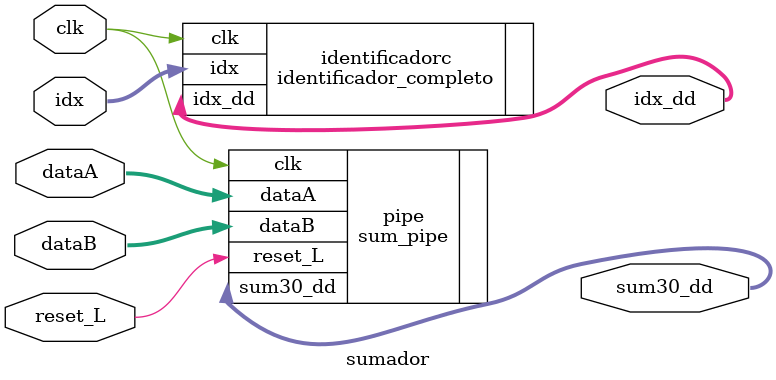
<source format=v>
`include "sum_pipe.v"
`include "identificador_completo.v"
module sumador(	
                input [3:0] dataA,
                input [3:0] dataB,
                input clk,
                input reset_L,
                input [3:0] idx,
				output [3:0] sum30_dd,
                output [3:0] idx_dd
);

   	sum_pipe pipe(/*AUTOINST*/
		      // Outputs
		      .sum30_dd		(sum30_dd[3:0]),
		      // Inputs
		      .dataA		(dataA[3:0]),
		      .dataB		(dataB[3:0]),
		      .clk		(clk),
		      .reset_L		(reset_L));

    identificador_completo identificadorc(/*AUTOINST*/
					  // Outputs
					  .idx_dd		(idx_dd[3:0]),
					  // Inputs
					  .clk			(clk),
					  .idx			(idx[3:0]));
    
endmodule

</source>
